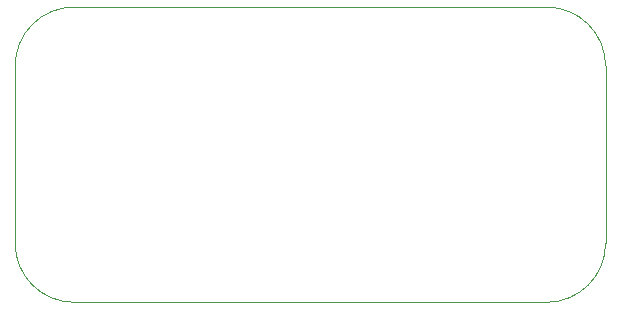
<source format=gm1>
%TF.GenerationSoftware,KiCad,Pcbnew,8.0.5*%
%TF.CreationDate,2024-10-10T11:51:51-04:00*%
%TF.ProjectId,dac,6461632e-6b69-4636-9164-5f7063625858,rev?*%
%TF.SameCoordinates,Original*%
%TF.FileFunction,Profile,NP*%
%FSLAX46Y46*%
G04 Gerber Fmt 4.6, Leading zero omitted, Abs format (unit mm)*
G04 Created by KiCad (PCBNEW 8.0.5) date 2024-10-10 11:51:51*
%MOMM*%
%LPD*%
G01*
G04 APERTURE LIST*
%TA.AperFunction,Profile*%
%ADD10C,0.050000*%
%TD*%
G04 APERTURE END LIST*
D10*
X65000000Y-80000000D02*
X65000000Y-95000000D01*
X70000000Y-100000000D02*
X110000000Y-100000000D01*
X70000000Y-100000000D02*
G75*
G02*
X65000000Y-95000000I0J5000000D01*
G01*
X115000000Y-95000000D02*
G75*
G02*
X110000000Y-100000000I-5000000J0D01*
G01*
X110000000Y-75000000D02*
G75*
G02*
X115000000Y-80000000I0J-5000000D01*
G01*
X65000000Y-80000000D02*
G75*
G02*
X70000000Y-75000000I5000000J0D01*
G01*
X110000000Y-75000000D02*
X70000000Y-75000000D01*
X115000000Y-95000000D02*
X115000000Y-80000000D01*
M02*

</source>
